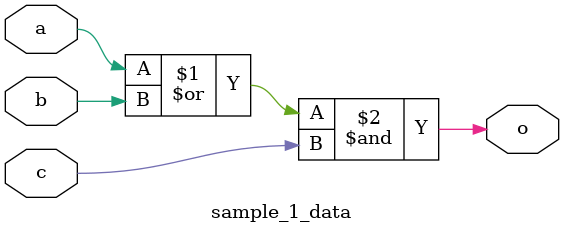
<source format=v>
module sample_1_data(o,a,b,c);
    output wire o;
    input a,b,c;
    assign o=(a|b)&c;
endmodule
</source>
